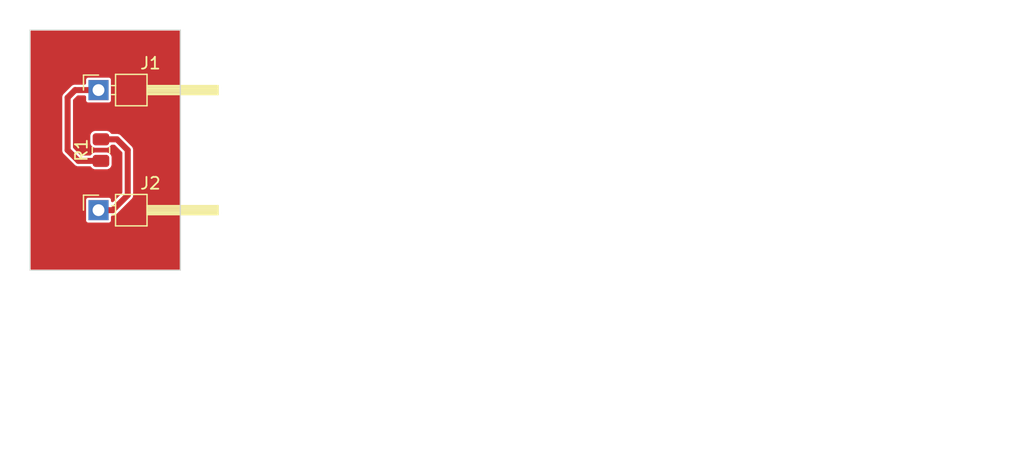
<source format=kicad_pcb>
(kicad_pcb (version 20221018) (generator pcbnew)
  (layers (0 "F.Cu" signal) (31 "B.Cu" signal) (44 "Edge.Cuts" user))
  (net 0 "")
  (net 1 "Net-(J1-Pin_1)")
  (net 2 "Net-(J2-Pin_1)")
  (footprint "Resistor_SMD:R_0805_2012Metric" (layer "F.Cu") (at 79.6525 66.04 90)
    (fp_text reference "R1" (at 0 -1.65 90) (layer "F.SilkS"))
    (fp_text value "R")
    (fp_line (start -0.227064 -0.735) (end 0.227064 -0.735) (stroke (width 0.12)) (layer "F.SilkS"))
    (fp_line (start -0.227064 0.735) (end 0.227064 0.735) (stroke (width 0.12)) (layer "F.SilkS"))
    (pad "1" smd roundrect (at -0.9125 0 90) (size 1.025 1.4) (layers "F.Cu" "F.Paste" "F.Mask") (roundrect_rratio 0.243902) (net 1 "Net-(J1-Pin_1)"))
    (pad "2" smd roundrect (at 0.9125 0 90) (size 1.025 1.4) (layers "F.Cu" "F.Paste" "F.Mask") (roundrect_rratio 0.243902) (net 2 "Net-(J2-Pin_1)"))
  )
  (footprint "Connector_PinHeader_2.54mm:PinHeader_1x01_P2.54mm_Horizontal" (layer "F.Cu") (at 79.445 71.12)
    (fp_text reference "J2" (at 4.385 -2.27) (layer "F.SilkS"))
    (fp_text value "Conn_01x01_Pin")
    (fp_line (start -1.27 -1.27) (end 0 -1.27) (stroke (width 0.12)) (layer "F.SilkS"))
    (fp_line (start -1.27 0) (end -1.27 -1.27) (stroke (width 0.12)) (layer "F.SilkS"))
    (fp_line (start 1.11 -0.38) (end 1.44 -0.38) (stroke (width 0.12)) (layer "F.SilkS"))
    (fp_line (start 1.11 0.38) (end 1.44 0.38) (stroke (width 0.12)) (layer "F.SilkS"))
    (fp_line (start 1.44 -1.33) (end 1.44 1.33) (stroke (width 0.12)) (layer "F.SilkS"))
    (fp_line (start 1.44 1.33) (end 4.1 1.33) (stroke (width 0.12)) (layer "F.SilkS"))
    (fp_line (start 4.1 -1.33) (end 1.44 -1.33) (stroke (width 0.12)) (layer "F.SilkS"))
    (fp_line (start 4.1 -0.38) (end 10.1 -0.38) (stroke (width 0.12)) (layer "F.SilkS"))
    (fp_line (start 4.1 -0.32) (end 10.1 -0.32) (stroke (width 0.12)) (layer "F.SilkS"))
    (fp_line (start 4.1 -0.2) (end 10.1 -0.2) (stroke (width 0.12)) (layer "F.SilkS"))
    (fp_line (start 4.1 -0.08) (end 10.1 -0.08) (stroke (width 0.12)) (layer "F.SilkS"))
    (fp_line (start 4.1 0.04) (end 10.1 0.04) (stroke (width 0.12)) (layer "F.SilkS"))
    (fp_line (start 4.1 0.16) (end 10.1 0.16) (stroke (width 0.12)) (layer "F.SilkS"))
    (fp_line (start 4.1 0.28) (end 10.1 0.28) (stroke (width 0.12)) (layer "F.SilkS"))
    (fp_line (start 4.1 1.33) (end 4.1 -1.33) (stroke (width 0.12)) (layer "F.SilkS"))
    (fp_line (start 10.1 -0.38) (end 10.1 0.38) (stroke (width 0.12)) (layer "F.SilkS"))
    (fp_line (start 10.1 0.38) (end 4.1 0.38) (stroke (width 0.12)) (layer "F.SilkS"))
    (pad "1" thru_hole rect (at 0 0) (size 1.7 1.7) (drill 1) (layers "*.Cu" "*.Mask") (net 2 "Net-(J2-Pin_1)"))
  )
  (footprint "Connector_PinHeader_2.54mm:PinHeader_1x01_P2.54mm_Horizontal" (layer "F.Cu") (at 79.445 60.96)
    (fp_text reference "J1" (at 4.385 -2.27) (layer "F.SilkS"))
    (fp_text value "Conn_01x01_Pin")
    (fp_line (start -1.27 -1.27) (end 0 -1.27) (stroke (width 0.12)) (layer "F.SilkS"))
    (fp_line (start -1.27 0) (end -1.27 -1.27) (stroke (width 0.12)) (layer "F.SilkS"))
    (fp_line (start 1.11 -0.38) (end 1.44 -0.38) (stroke (width 0.12)) (layer "F.SilkS"))
    (fp_line (start 1.11 0.38) (end 1.44 0.38) (stroke (width 0.12)) (layer "F.SilkS"))
    (fp_line (start 1.44 -1.33) (end 1.44 1.33) (stroke (width 0.12)) (layer "F.SilkS"))
    (fp_line (start 1.44 1.33) (end 4.1 1.33) (stroke (width 0.12)) (layer "F.SilkS"))
    (fp_line (start 4.1 -1.33) (end 1.44 -1.33) (stroke (width 0.12)) (layer "F.SilkS"))
    (fp_line (start 4.1 -0.38) (end 10.1 -0.38) (stroke (width 0.12)) (layer "F.SilkS"))
    (fp_line (start 4.1 -0.32) (end 10.1 -0.32) (stroke (width 0.12)) (layer "F.SilkS"))
    (fp_line (start 4.1 -0.2) (end 10.1 -0.2) (stroke (width 0.12)) (layer "F.SilkS"))
    (fp_line (start 4.1 -0.08) (end 10.1 -0.08) (stroke (width 0.12)) (layer "F.SilkS"))
    (fp_line (start 4.1 0.04) (end 10.1 0.04) (stroke (width 0.12)) (layer "F.SilkS"))
    (fp_line (start 4.1 0.16) (end 10.1 0.16) (stroke (width 0.12)) (layer "F.SilkS"))
    (fp_line (start 4.1 0.28) (end 10.1 0.28) (stroke (width 0.12)) (layer "F.SilkS"))
    (fp_line (start 4.1 1.33) (end 4.1 -1.33) (stroke (width 0.12)) (layer "F.SilkS"))
    (fp_line (start 10.1 -0.38) (end 10.1 0.38) (stroke (width 0.12)) (layer "F.SilkS"))
    (fp_line (start 10.1 0.38) (end 4.1 0.38) (stroke (width 0.12)) (layer "F.SilkS"))
    (pad "1" thru_hole rect (at 0 0) (size 1.7 1.7) (drill 1) (layers "*.Cu" "*.Mask") (net 1 "Net-(J1-Pin_1)"))
  )
  (gr_rect (start 73.66 55.88) (end 86.36 76.2) (stroke (width 0.1)) (fill none) (layer "Edge.Cuts"))
  (segment (start 77.7475 66.9525) (end 79.6525 66.9525) (width 0.508) (layer "F.Cu") (net 1))
  (segment (start 76.835 66.04) (end 77.7475 66.9525) (width 0.508) (layer "F.Cu") (net 1))
  (segment (start 79.445 60.96) (end 77.47 60.96) (width 0.508) (layer "F.Cu") (net 1))
  (segment (start 77.47 60.96) (end 76.835 61.595) (width 0.508) (layer "F.Cu") (net 1))
  (segment (start 76.835 61.595) (end 76.835 66.04) (width 0.508) (layer "F.Cu") (net 1))
  (segment (start 81.915 69.85) (end 80.645 71.12) (width 0.508) (layer "F.Cu") (net 2))
  (segment (start 80.645 71.12) (end 79.445 71.12) (width 0.508) (layer "F.Cu") (net 2))
  (segment (start 79.6525 65.1275) (end 81.0025 65.1275) (width 0.508) (layer "F.Cu") (net 2))
  (segment (start 81.915 66.04) (end 81.915 69.85) (width 0.508) (layer "F.Cu") (net 2))
  (segment (start 81.0025 65.1275) (end 81.915 66.04) (width 0.508) (layer "F.Cu") (net 2))
  (zone (net 0) (net_name "") (layer "F.Cu") (connect_pads (clearance 0.1016)) (min_thickness 0.25) (fill yes (thermal_gap 0.5) (thermal_bridge_width 0.5) (island_removal_mode 1) (island_area_min 10))
    (polygon (pts (xy 71.12 53.34) (xy 88.9 53.34) (xy 88.9 78.74) (xy 71.12 78.74)))
  )
)
</source>
